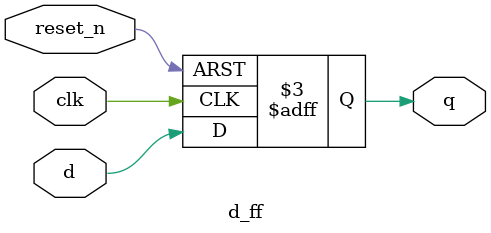
<source format=v>
`timescale 1ns / 1ps


// D flip-flop
module d_ff(
    output reg q,
    input d,
    input reset_n,
    input clk
    );

    always @(posedge clk or negedge reset_n)
 begin
        if (!reset_n)
        begin
            q <= 0;
        end
        else
        begin
            q <= d;
        end
    end
  
endmodule
</source>
